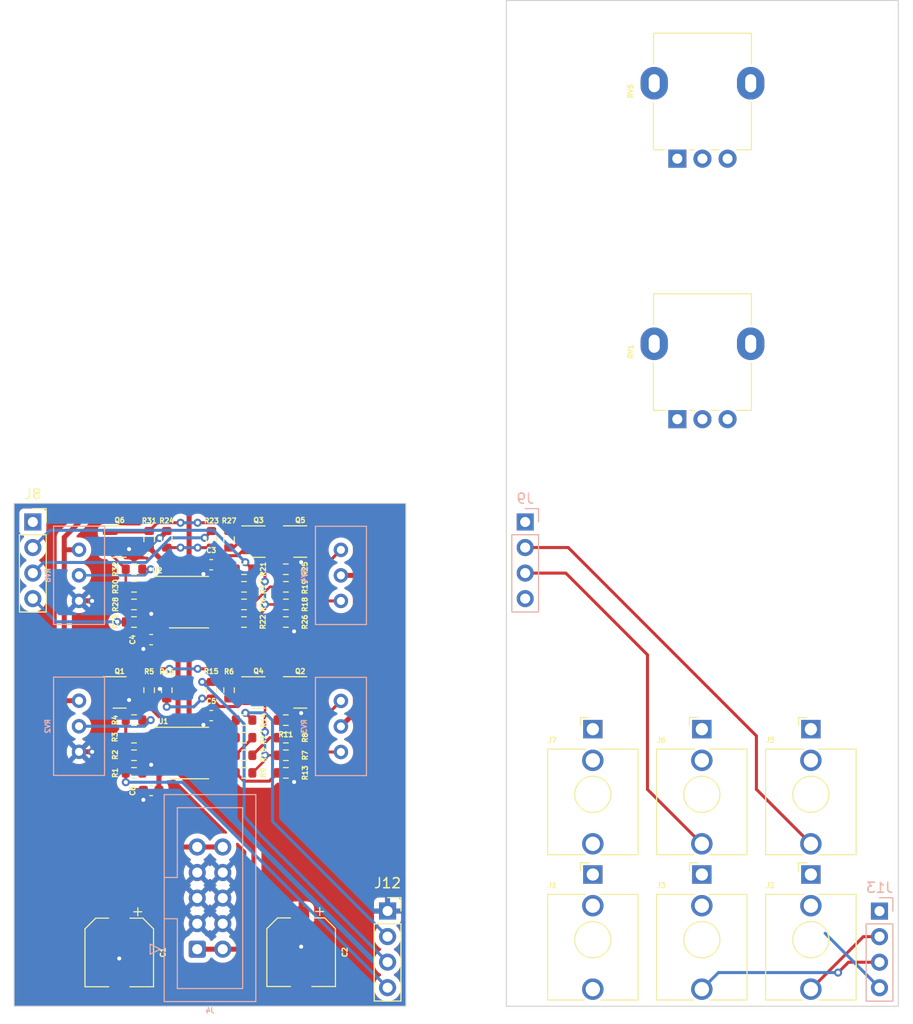
<source format=kicad_pcb>
(kicad_pcb (version 20221018) (generator pcbnew)
  (layers (0 "F.Cu" signal) (31 "B.Cu" signal) (34 "B.Paste" user) (35 "F.Paste" user) (36 "B.SilkS" user "B.Silkscreen") (37 "F.SilkS" user "F.Silkscreen") (38 "B.Mask" user) (39 "F.Mask" user) (44 "Edge.Cuts" user))
  (net 0 "")
  (net 1 "+12V")
  (net 2 "GND")
  (net 3 "-12V")
  (net 4 "Net-(J1-PadT)")
  (net 10 "Net-(J7-PadT)")
  (net 12 "Net-(Q1-E)")
  (net 13 "Net-(Q1-B)")
  (net 14 "Net-(Q2-E)")
  (net 15 "Net-(Q2-B)")
  (net 16 "Net-(Q2-C)")
  (net 17 "Net-(Q3-E)")
  (net 18 "Net-(Q3-B)")
  (net 19 "Net-(Q3-C)")
  (net 20 "Net-(Q4-B)")
  (net 21 "Net-(Q4-C)")
  (net 22 "Net-(Q5-B)")
  (net 23 "Net-(Q5-C)")
  (net 24 "Net-(Q6-E)")
  (net 25 "Net-(Q6-B)")
  (net 26 "Net-(U1A--)")
  (net 27 "Net-(R2-Pad1)")
  (net 28 "Net-(R4-Pad2)")
  (net 29 "Net-(R7-Pad1)")
  (net 30 "Net-(R8-Pad1)")
  (net 31 "Net-(U1B-+)")
  (net 32 "Net-(U1B--)")
  (net 33 "Net-(R12-Pad2)")
  (net 34 "Net-(R17-Pad2)")
  (net 35 "Net-(R18-Pad1)")
  (net 36 "Net-(R19-Pad1)")
  (net 37 "Net-(R28-Pad1)")
  (net 38 "Net-(R32-Pad2)")
  (net 39 "Net-(U2B--)")
  (net 40 "Net-(U2B-+)")
  (net 41 "Net-(U2A--)")
  (net 42 "/out1_b")
  (net 43 "/in1_b")
  (net 44 "/in2_b")
  (net 45 "/in2_a")
  (net 46 "/cv2_a")
  (net 47 "/out2_a")
  (net 49 "/cv2_b")
  (net 50 "/out2_b")
  (net 52 "/in1_a")
  (net 53 "/cv1_a")
  (net 54 "/out1_a")
  (net 55 "/cv1_b")
  (footprint "Resistor_SMD:R_0603_1608Metric" (layer "F.Cu") (at 177.05625 123.295 180)
    (fp_text reference "R19")
    (fp_text value "15k")
  )
  (footprint "Package_SO:SOP-8_3.9x4.9mm_P1.27mm" (layer "F.Cu") (at 167.41875 124.82)
    (fp_text reference "U2")
    (fp_text value "TL072")
  )
  (footprint "Resistor_SMD:R_0603_1608Metric" (layer "F.Cu") (at 161.94375 140.045)
    (fp_text reference "R2")
    (fp_text value "100k")
  )
  (footprint "Connector_Audio:Jack_3.5mm_QingPu_WQP-PJ398SM_Vertical_CircularHoles" (layer "F.Cu") (at 218.45 137.45)
    (fp_text reference "J6")
    (fp_text value "AUDIO_IN")
  )
  (footprint "Resistor_SMD:R_0603_1608Metric" (layer "F.Cu") (at 172.89375 121.545 180)
    (fp_text reference "R21")
    (fp_text value "1K")
  )
  (footprint "Capacitor_SMD:C_0603_1608Metric" (layer "F.Cu") (at 169.625 136.1)
    (fp_text reference "C5")
    (fp_text value "100nF")
  )
  (footprint "Resistor_SMD:R_0603_1608Metric" (layer "F.Cu") (at 177.05625 141.795 180)
    (fp_text reference "R13")
    (fp_text value "150k")
  )
  (footprint "Resistor_SMD:R_0603_1608Metric" (layer "F.Cu") (at 172.89375 138.295 180)
    (fp_text reference "R12")
    (fp_text value "150k")
  )
  (footprint "Resistor_SMD:R_0603_1608Metric" (layer "F.Cu") (at 177.05625 138.295 180)
    (fp_text reference "R8")
    (fp_text value "15k")
  )
  (footprint "Resistor_SMD:R_0603_1608Metric" (layer "F.Cu") (at 161.94375 125.045)
    (fp_text reference "R28")
    (fp_text value "100k")
  )
  (footprint "Resistor_SMD:R_0603_1608Metric" (layer "F.Cu") (at 169.65 133.575 -90)
    (fp_text reference "R15")
    (fp_text value "200k")
  )
  (footprint "Resistor_SMD:R_0603_1608Metric" (layer "F.Cu") (at 163.45 133.57 -90)
    (fp_text reference "R5")
    (fp_text value "10k")
  )
  (footprint "Package_TO_SOT_SMD:SOT-23" (layer "F.Cu") (at 178.4875 118.795)
    (fp_text reference "Q5")
    (fp_text value "2N3904")
  )
  (footprint "Capacitor_SMD:CP_Elec_6.3x5.4" (layer "F.Cu") (at 160.475 159.65 -90)
    (fp_text reference "C1")
    (fp_text value "10uF")
  )
  (footprint "Package_TO_SOT_SMD:SOT-23" (layer "F.Cu") (at 174.3375 118.8)
    (fp_text reference "Q3")
    (fp_text value "2N3904")
  )
  (footprint "Capacitor_SMD:CP_Elec_6.3x5.4" (layer "F.Cu") (at 178.575 159.625 -90)
    (fp_text reference "C2")
    (fp_text value "10uF")
  )
  (footprint "Resistor_SMD:R_0603_1608Metric" (layer "F.Cu") (at 177.05 136.55 180)
    (fp_text reference "R11")
    (fp_text value "1K")
  )
  (footprint "Connector_Audio:Jack_3.5mm_QingPu_WQP-PJ398SM_Vertical_CircularHoles" (layer "F.Cu") (at 229.3 137.45)
    (fp_text reference "J5")
    (fp_text value "AUDIO_OUT")
  )
  (footprint "Resistor_SMD:R_0603_1608Metric" (layer "F.Cu") (at 172.89375 126.795 180)
    (fp_text reference "R22")
    (fp_text value "15k")
  )
  (footprint "Connector_Audio:Jack_3.5mm_QingPu_WQP-PJ398SM_Vertical_CircularHoles" (layer "F.Cu") (at 229.3 151.9)
    (fp_text reference "J2")
    (fp_text value "AUDIO_OUT")
  )
  (footprint "Resistor_SMD:R_0603_1608Metric" (layer "F.Cu") (at 177.05 121.55 180)
    (fp_text reference "R25")
    (fp_text value "1K")
  )
  (footprint "Resistor_SMD:R_0603_1608Metric" (layer "F.Cu") (at 171.4 118.57 90)
    (fp_text reference "R27")
    (fp_text value "33k")
  )
  (footprint "Resistor_SMD:R_0603_1608Metric" (layer "F.Cu") (at 172.89375 136.545 180)
    (fp_text reference "R14")
    (fp_text value "1K")
  )
  (footprint "Resistor_SMD:R_0603_1608Metric" (layer "F.Cu") (at 161.94375 136.545)
    (fp_text reference "R4")
    (fp_text value "10k")
  )
  (footprint "Potentiometer_THT:Potentiometer_Alpha_RD901F-40-00D_Single_Vertical" (layer "F.Cu") (at 216.01 80.725 90)
    (fp_text reference "RV5")
    (fp_text value "100k")
  )
  (footprint "Resistor_SMD:R_0603_1608Metric" (layer "F.Cu") (at 172.89375 125.045 180)
    (fp_text reference "R20")
    (fp_text value "15k")
  )
  (footprint "Resistor_SMD:R_0603_1608Metric" (layer "F.Cu") (at 163.45 118.57 -90)
    (fp_text reference "R31")
    (fp_text value "10k")
  )
  (footprint "Package_TO_SOT_SMD:SOT-23" (layer "F.Cu") (at 174.3375 133.8)
    (fp_text reference "Q4")
    (fp_text value "2N3904")
  )
  (footprint "Resistor_SMD:R_0603_1608Metric" (layer "F.Cu") (at 177.05625 126.795 180)
    (fp_text reference "R26")
    (fp_text value "150k")
  )
  (footprint "Resistor_SMD:R_0603_1608Metric" (layer "F.Cu") (at 171.4 133.57 90)
    (fp_text reference "R6")
    (fp_text value "33k")
  )
  (footprint "Resistor_SMD:R_0603_1608Metric" (layer "F.Cu") (at 177.05625 125.045 180)
    (fp_text reference "R18")
    (fp_text value "15k")
  )
  (footprint "Package_TO_SOT_SMD:SOT-23" (layer "F.Cu") (at 178.4875 133.795)
    (fp_text reference "Q2")
    (fp_text value "2N3904")
  )
  (footprint "Resistor_SMD:R_0603_1608Metric" (layer "F.Cu") (at 161.94375 138.295)
    (fp_text reference "R3")
    (fp_text value "10k")
  )
  (footprint "Resistor_SMD:R_0603_1608Metric" (layer "F.Cu") (at 161.94375 121.545)
    (fp_text reference "R32")
    (fp_text value "10k")
  )
  (footprint "Package_TO_SOT_SMD:SOT-23" (layer "F.Cu") (at 160.5125 133.795)
    (fp_text reference "Q1")
    (fp_text value "2N3904")
  )
  (footprint "Resistor_SMD:R_0603_1608Metric" (layer "F.Cu") (at 169.65 118.575 -90)
    (fp_text reference "R23")
    (fp_text value "200k")
  )
  (footprint "Connector_Audio:Jack_3.5mm_QingPu_WQP-PJ398SM_Vertical_CircularHoles" (layer "F.Cu") (at 218.45 151.9)
    (fp_text reference "J3")
    (fp_text value "AUDIO_IN")
  )
  (footprint "Package_TO_SOT_SMD:SOT-23" (layer "F.Cu") (at 160.5125 118.795)
    (fp_text reference "Q6")
    (fp_text value "2N3904")
  )
  (footprint "Capacitor_SMD:C_0603_1608Metric" (layer "F.Cu") (at 163.65 128.55)
    (fp_text reference "C4")
    (fp_text value "100nF")
  )
  (footprint "Resistor_SMD:R_0603_1608Metric" (layer "F.Cu") (at 165.2 118.575 -90)
    (fp_text reference "R24")
    (fp_text value "1K")
  )
  (footprint "Capacitor_SMD:C_0603_1608Metric" (layer "F.Cu") (at 163.65 143.55)
    (fp_text reference "C6")
    (fp_text value "100nF")
  )
  (footprint "Resistor_SMD:R_0603_1608Metric" (layer "F.Cu") (at 172.89375 141.795 180)
    (fp_text reference "R9")
    (fp_text value "15k")
  )
  (footprint "Connector_PinSocket_2.54mm:PinSocket_1x04_P2.54mm_Vertical" (layer "F.Cu") (at 151.875 116.85)
    (fp_text reference "J8")
    (fp_text value "Conn_2A")
  )
  (footprint "Connector_PinSocket_2.54mm:PinSocket_1x04_P2.54mm_Vertical" (layer "F.Cu") (at 187.175 155.53)
    (fp_text reference "J12")
    (fp_text value "Conn_1A")
  )
  (footprint "Resistor_SMD:R_0603_1608Metric" (layer "F.Cu") (at 161.94375 126.795 180)
    (fp_text reference "R29")
    (fp_text value "100k")
  )
  (footprint "Package_SO:SOP-8_3.9x4.9mm_P1.27mm" (layer "F.Cu") (at 167.41875 139.82)
    (fp_text reference "U1")
    (fp_text value "TL072")
  )
  (footprint "Connector_Audio:Jack_3.5mm_QingPu_WQP-PJ398SM_Vertical_CircularHoles" (layer "F.Cu") (at 207.6 137.45)
    (fp_text reference "J7")
    (fp_text value "CV_IN")
  )
  (footprint "Resistor_SMD:R_0603_1608Metric" (layer "F.Cu") (at 161.94375 141.795 180)
    (fp_text reference "R1")
    (fp_text value "100k")
  )
  (footprint "Resistor_SMD:R_0603_1608Metric" (layer "F.Cu") (at 161.94375 123.295)
    (fp_text reference "R30")
    (fp_text value "10k")
  )
  (footprint "Potentiometer_THT:Potentiometer_Alpha_RD901F-40-00D_Single_Vertical" (layer "F.Cu") (at 216.01 106.63 90)
    (fp_text reference "RV1")
    (fp_text value "100k")
  )
  (footprint "Resistor_SMD:R_0603_1608Metric" (layer "F.Cu") (at 172.89375 123.295 180)
    (fp_text reference "R17")
    (fp_text value "150k")
  )
  (footprint "Resistor_SMD:R_0603_1608Metric" (layer "F.Cu") (at 165.2 133.575 -90)
    (fp_text reference "R16")
    (fp_text value "1K")
  )
  (footprint "Connector_Audio:Jack_3.5mm_QingPu_WQP-PJ398SM_Vertical_CircularHoles" (layer "F.Cu") (at 207.6 151.9)
    (fp_text reference "J1")
    (fp_text value "CV_IN")
  )
  (footprint "Resistor_SMD:R_0603_1608Metric" (layer "F.Cu") (at 177.05625 140.045 180)
    (fp_text reference "R7")
    (fp_text value "15k")
  )
  (footprint "Capacitor_SMD:C_0603_1608Metric" (layer "F.Cu") (at 169.625 121.1)
    (fp_text reference "C3")
    (fp_text value "100nF")
  )
  (footprint "Resistor_SMD:R_0603_1608Metric" (layer "F.Cu") (at 172.89375 140.045 180)
    (fp_text reference "R10")
    (fp_text value "15k")
  )
  (footprint "Potentiometer_THT:Potentiometer_Bourns_3296W_Vertical" (layer "B.Cu") (at 156.46875 124.69 -90)
    (fp_text reference "RV6")
    (fp_text value "10k")
  )
  (footprint "Potentiometer_THT:Potentiometer_Bourns_3296W_Vertical" (layer "B.Cu") (at 182.53125 124.7 -90)
    (fp_text reference "RV4")
    (fp_text value "5k")
  )
  (footprint "Potentiometer_THT:Potentiometer_Bourns_3296W_Vertical" (layer "B.Cu") (at 156.46875 139.7 -90)
    (fp_text reference "RV2")
    (fp_text value "10k")
  )
  (footprint "Connector_PinHeader_2.54mm:PinHeader_1x04_P2.54mm_Vertical" (layer "B.Cu") (at 236.13 155.54 180)
    (fp_text reference "J13")
    (fp_text value "Conn_1B")
  )
  (footprint "Connector_PinHeader_2.54mm:PinHeader_1x04_P2.54mm_Vertical" (layer "B.Cu") (at 200.87 116.85 180)
    (fp_text reference "J9")
    (fp_text value "Conn_2B")
  )
  (footprint "Potentiometer_THT:Potentiometer_Bourns_3296W_Vertical" (layer "B.Cu") (at 182.53125 139.72 -90)
    (fp_text reference "RV3")
    (fp_text value "5k")
  )
  (footprint "Connector_IDC:IDC-Header_2x05_P2.54mm_Vertical" (layer "B.Cu") (at 168.235 159.325)
    (fp_text reference "J4")
    (fp_text value "PWR")
  )
  (gr_line (start 238 65) (end 238 165) (stroke (width 0.1)) (layer "Edge.Cuts"))
  (gr_line (start 199 165) (end 238 165) (stroke (width 0.1)) (layer "Edge.Cuts"))
  (gr_line (start 150 115) (end 150 165) (stroke (width 0.1)) (layer "Edge.Cuts"))
  (gr_line (start 199 65) (end 238 65) (stroke (width 0.1)) (layer "Edge.Cuts"))
  (gr_line (start 189 115) (end 150 115) (stroke (width 0.1)) (layer "Edge.Cuts"))
  (gr_line (start 199 65) (end 199 165) (stroke (width 0.1)) (layer "Edge.Cuts"))
  (gr_line (start 189 115) (end 189 165) (stroke (width 0.1)) (layer "Edge.Cuts"))
  (gr_line (start 189 165) (end 150 165) (stroke (width 0.1)) (layer "Edge.Cuts"))
  (segment (start 170.04375 122.915) (end 167.465 122.915) (width 0.5) (layer "F.Cu") (net 1))
  (segment (start 155 119.625) (end 155 118.375) (width 0.5) (layer "F.Cu") (net 1))
  (segment (start 182.53125 122.16) (end 183.965 122.16) (width 0.5) (layer "F.Cu") (net 1))
  (segment (start 183.975 118.5) (end 183.975 122.15) (width 0.5) (layer "F.Cu") (net 1))
  (segment (start 160.475 156.85) (end 160.475 149.165) (width 0.5) (layer "F.Cu") (net 1))
  (segment (start 167.465 122.915) (end 167.425 122.875) (width 0.5) (layer "F.Cu") (net 1))
  (segment (start 183.975 122.15) (end 183.975 135.73625) (width 0.5) (layer "F.Cu") (net 1))
  (segment (start 155 134.595) (end 155 119.625) (width 0.5) (layer "F.Cu") (net 1))
  (segment (start 183.975 135.73625) (end 182.53125 137.18) (width 0.5) (layer "F.Cu") (net 1))
  (segment (start 156.46875 134.62) (end 155.025 134.62) (width 0.5) (layer "F.Cu") (net 1))
  (segment (start 170.4 137.55875) (end 170.04375 137.915) (width 0.5) (layer "F.Cu") (net 1))
  (segment (start 168.235 149.165) (end 170.775 149.165) (width 0.5) (layer "F.Cu") (net 1))
  (segment (start 155.015 119.61) (end 155 119.625) (width 0.5) (layer "F.Cu") (net 1))
  (segment (start 167.425 137.05) (end 168.29 137.915) (width 0.5) (layer "F.Cu") (net 1))
  (segment (start 157.7 115.675) (end 167.425 115.675) (width 0.5) (layer "F.Cu") (net 1))
  (segment (start 170.4 122.55875) (end 170.04375 122.915) (width 0.5) (layer "F.Cu") (net 1))
  (segment (start 181.15 115.675) (end 183.975 118.5) (width 0.5) (layer "F.Cu") (net 1))
  (segment (start 155.025 134.62) (end 155 134.645) (width 0.5) (layer "F.Cu") (net 1))
  (segment (start 183.965 122.16) (end 183.975 122.15) (width 0.5) (layer "F.Cu") (net 1))
  (segment (start 170.4 136.1) (end 170.4 137.55875) (width 0.5) (layer "F.Cu") (net 1))
  (segment (start 167.425 122.875) (end 167.425 137.05) (width 0.5) (layer "F.Cu") (net 1))
  (segment (start 156.46875 119.61) (end 155.015 119.61) (width 0.5) (layer "F.Cu") (net 1))
  (segment (start 160.475 149.165) (end 168.235 149.165) (width 0.5) (layer "F.Cu") (net 1))
  (segment (start 155 134.645) (end 155 143.69) (width 0.5) (layer "F.Cu") (net 1))
  (segment (start 167.425 122.875) (end 167.425 116.325) (width 0.5) (layer "F.Cu") (net 1))
  (segment (start 167.425 116.325) (end 167.425 115.675) (width 0.5) (layer "F.Cu") (net 1))
  (segment (start 155 143.69) (end 160.475 149.165) (width 0.5) (layer "F.Cu") (net 1))
  (segment (start 170.4 121.1) (end 170.4 122.55875) (width 0.5) (layer "F.Cu") (net 1))
  (segment (start 168.29 137.915) (end 170.04375 137.915) (width 0.5) (layer "F.Cu") (net 1))
  (segment (start 155 118.375) (end 157.7 115.675) (width 0.5) (layer "F.Cu") (net 1))
  (segment (start 167.425 115.675) (end 181.15 115.675) (width 0.5) (layer "F.Cu") (net 1))
  (segment (start 168.85 136.1) (end 168.85 137.025) (width 0.5) (layer "F.Cu") (net 2))
  (segment (start 161.45 133.795) (end 161.45 134.55) (width 0.5) (layer "F.Cu") (net 2))
  (segment (start 160.475 162.45) (end 160.475 160.25) (width 0.5) (layer "F.Cu") (net 2))
  (segment (start 157.765 124.69) (end 157.775 124.7) (width 0.5) (layer "F.Cu") (net 2))
  (segment (start 177.88125 141.795) (end 177.88125 142.69375) (width 0.5) (layer "F.Cu") (net 2))
  (segment (start 156.46875 124.69) (end 157.765 124.69) (width 0.5) (layer "F.Cu") (net 2))
  (segment (start 168.85 121.1) (end 168.85 122.025) (width 0.5) (layer "F.Cu") (net 2))
  (segment (start 177.875 121.55) (end 178.575 120.85) (width 0.5) (layer "F.Cu") (net 2))
  (segment (start 164.79375 125.455) (end 164.187485 125.455) (width 0.5) (layer "F.Cu") (net 2))
  (segment (start 164.79375 140.455) (end 164.18545 140.455) (width 0.5) (layer "F.Cu") (net 2))
  (segment (start 164.18545 140.455) (end 163.651392 140.989058) (width 0.5) (layer "F.Cu") (net 2))
  (segment (start 177.88125 127.71875) (end 177.875 127.725) (width 0.5) (layer "F.Cu") (net 2))
  (segment (start 156.46875 139.7) (end 157.775 139.7) (width 0.5) (layer "F.Cu") (net 2))
  (segment (start 178.575 156.825) (end 178.575 159.075) (width 0.5) (layer "F.Cu") (net 2))
  (segment (start 177.875 136.55) (end 178.575 135.85) (width 0.5) (layer "F.Cu") (net 2))
  (segment (start 164.187485 125.455) (end 163.660837 125.981648) (width 0.5) (layer "F.Cu") (net 2))
  (segment (start 177.88125 142.69375) (end 177.875 142.7) (width 0.5) (layer "F.Cu") (net 2))
  (segment (start 177.88125 126.795) (end 177.88125 127.71875) (width 0.5) (layer "F.Cu") (net 2))
  (segment (start 162.875 128.55) (end 162.875 129.475) (width 0.5) (layer "F.Cu") (net 2))
  (segment (start 162.875 143.55) (end 162.875 144.475) (width 0.5) (layer "F.Cu") (net 2))
  (segment (start 165.2 132.75) (end 164.5 133.45) (width 0.5) (layer "F.Cu") (net 2))
  (segment (start 161.45 118.795) (end 161.45 119.55) (width 0.5) (layer "F.Cu") (net 2))
  (segment (start 165.2 117.75) (end 164.5 118.45) (width 0.5) (layer "F.Cu") (net 2))
  (via (at 160.475 160.25) (size 0.8) (drill 0.4) (layers "F.Cu" "B.Cu") (net 2))
  (via (at 162.875 144.475) (size 0.8) (drill 0.4) (layers "F.Cu" "B.Cu") (net 2))
  (via (at 161.45 119.55) (size 0.8) (drill 0.4) (layers "F.Cu" "B.Cu") (net 2))
  (via (at 164.5 133.45) (size 0.8) (drill 0.4) (layers "F.Cu" "B.Cu") (net 2))
  (via (at 168.85 137.025) (size 0.8) (drill 0.4) (layers "F.Cu" "B.Cu") (net 2))
  (via (at 168.85 122.025) (size 0.8) (drill 0.4) (layers "F.Cu" "B.Cu") (net 2))
  (via (at 164.5 118.45) (size 0.8) (drill 0.4) (layers "F.Cu" "B.Cu") (net 2))
  (via (at 177.875 142.7) (size 0.8) (drill 0.4) (layers "F.Cu" "B.Cu") (net 2))
  (via (at 178.575 135.85) (size 0.8) (drill 0.4) (layers "F.Cu" "B.Cu") (net 2))
  (via (at 162.875 129.475) (size 0.8) (drill 0.4) (layers "F.Cu" "B.Cu") (net 2))
  (via (at 178.575 159.075) (size 0.8) (drill 0.4) (layers "F.Cu" "B.Cu") (net 2))
  (via (at 157.775 139.7) (size 0.8) (drill 0.4) (layers "F.Cu" "B.Cu") (net 2))
  (via (at 163.651392 140.989058) (size 0.8) (drill 0.4) (layers "F.Cu" "B.Cu") (net 2))
  (via (at 157.775 124.7) (size 0.8) (drill 0.4) (layers "F.Cu" "B.Cu") (net 2))
  (via (at 178.575 120.85) (size 0.8) (drill 0.4) (layers "F.Cu" "B.Cu") (net 2))
  (via (at 177.875 127.725) (size 0.8) (drill 0.4) (layers "F.Cu" "B.Cu") (net 2))
  (via (at 161.45 134.55) (size 0.8) (drill 0.4) (layers "F.Cu" "B.Cu") (net 2))
  (via (at 163.660837 125.981648) (size 0.8) (drill 0.4) (layers "F.Cu" "B.Cu") (net 2))
  (segment (start 173.875 149.275) (end 166.325 141.725) (width 0.5) (layer "F.Cu") (net 3))
  (segment (start 166.325 141.725) (end 164.79375 141.725) (width 0.5) (layer "F.Cu") (net 3))
  (segment (start 166.325 122.27) (end 166.325 126.725) (width 0.5) (layer "F.Cu") (net 3))
  (segment (start 166.325 136.4) (end 166.325 141.725) (width 0.5) (layer "F.Cu") (net 3))
  (segment (start 170.775 159.325) (end 168.235 159.325) (width 0.5) (layer "F.Cu") (net 3))
  (segment (start 173.875 159.325) (end 170.775 159.325) (width 0.5) (layer "F.Cu") (net 3))
  (segment (start 163.45 119.395) (end 166.325 122.27) (width 0.5) (layer "F.Cu") (net 3))
  (segment (start 173.875 159.325) (end 176.975 162.425) (width 0.5) (layer "F.Cu") (net 3))
  (segment (start 166.325 126.725) (end 166.325 136.4) (width 0.5) (layer "F.Cu") (net 3))
  (segment (start 164.79375 126.725) (end 166.325 126.725) (width 0.5) (layer "F.Cu") (net 3))
  (segment (start 164.425 128.55) (end 164.425 127.09375) (width 0.5) (layer "F.Cu") (net 3))
  (segment (start 164.425 142.09375) (end 164.79375 141.725) (width 0.5) (layer "F.Cu") (net 3))
  (segment (start 164.425 127.09375) (end 164.79375 126.725) (width 0.5) (layer "F.Cu") (net 3))
  (segment (start 176.975 162.425) (end 178.575 162.425) (width 0.5) (layer "F.Cu") (net 3))
  (segment (start 163.45 134.395) (end 163.45 135.1) (width 0.5) (layer "F.Cu") (net 3))
  (segment (start 164.425 143.55) (end 164.425 142.09375) (width 0.5) (layer "F.Cu") (net 3))
  (segment (start 164.75 136.4) (end 166.325 136.4) (width 0.5) (layer "F.Cu") (net 3))
  (segment (start 173.875 159.325) (end 173.875 149.275) (width 0.5) (layer "F.Cu") (net 3))
  (segment (start 178.575 162.425) (end 178.525 162.475) (width 0.5) (layer "F.Cu") (net 3))
  (segment (start 163.45 135.1) (end 164.75 136.4) (width 0.5) (layer "F.Cu") (net 3))
  (segment (start 163.45 132.745) (end 159.675 132.745) (width 0.3) (layer "F.Cu") (net 12))
  (segment (start 159.675 132.745) (end 159.575 132.845) (width 0.3) (layer "F.Cu") (net 12))
  (segment (start 163.45 132.745) (end 164.745 131.45) (width 0.3) (layer "F.Cu") (net 12))
  (segment (start 170.105 131.45) (end 171.4 132.745) (width 0.3) (layer "F.Cu") (net 12))
  (segment (start 164.745 131.45) (end 165.4755 131.45) (width 0.3) (layer "F.Cu") (net 12))
  (segment (start 168.2745 131.45) (end 170.105 131.45) (width 0.3) (layer "F.Cu") (net 12))
  (via (at 165.4755 131.45) (size 0.8) (drill 0.4) (layers "F.Cu" "B.Cu") (net 12))
  (via (at 168.2745 131.45) (size 0.8) (drill 0.4) (layers "F.Cu" "B.Cu") (net 12))
  (segment (start 165.4755 131.45) (end 168.2745 131.45) (width 0.3) (layer "B.Cu") (net 12))
  (segment (start 161.11875 136.545) (end 159.575 135.00125) (width 0.25) (layer "F.Cu") (net 13))
  (segment (start 161.11875 138.295) (end 161.11875 136.545) (width 0.3) (layer "F.Cu") (net 13))
  (segment (start 159.575 135.00125) (end 159.575 134.745) (width 0.25) (layer "F.Cu") (net 13))
  (segment (start 173.4 132.85) (end 172.945 132.85) (width 0.3) (layer "F.Cu") (net 14))
  (segment (start 177.545 132.85) (end 177.55 132.845) (width 0.3) (layer "F.Cu") (net 14))
  (segment (start 173.4 132.85) (end 177.545 132.85) (width 0.3) (layer "F.Cu") (net 14))
  (segment (start 172.945 132.85) (end 171.4 134.395) (width 0.3) (layer "F.Cu") (net 14))
  (segment (start 176.225 136.07) (end 177.55 134.745) (width 0.3) (layer "F.Cu") (net 15))
  (segment (start 176.225 136.55) (end 176.225 136.07) (width 0.3) (layer "F.Cu") (net 15))
  (segment (start 177.10125 137.425) (end 178.525 137.425) (width 0.3) (layer "F.Cu") (net 16))
  (segment (start 175.46875 138.295) (end 176.23125 138.295) (width 0.3) (layer "F.Cu") (net 16))
  (segment (start 179.425 136.525) (end 179.425 133.795) (width 0.3) (layer "F.Cu") (net 16))
  (segment (start 176.23125 138.295) (end 177.10125 137.425) (width 0.3) (layer "F.Cu") (net 16))
  (segment (start 173.71875 140.045) (end 175.46875 138.295) (width 0.3) (layer "F.Cu") (net 16))
  (segment (start 178.525 137.425) (end 179.425 136.525) (width 0.3) (layer "F.Cu") (net 16))
  (segment (start 171.4 119.395) (end 171.855 119.395) (width 0.3) (layer "F.Cu") (net 17))
  (segment (start 173.405 117.845) (end 173.4 117.85) (width 0.3) (layer "F.Cu") (net 17))
  (segment (start 177.55 117.845) (end 173.405 117.845) (width 0.3) (layer "F.Cu") (net 17))
  (segment (start 171.855 119.395) (end 173.4 117.85) (width 0.3) (layer "F.Cu") (net 17))
  (segment (start 172.725 119.75) (end 172.275 120.2) (width 0.3) (layer "F.Cu") (net 18))
  (segment (start 173.4 119.75) (end 172.725 119.75) (width 0.3) (layer "F.Cu") (net 18))
  (segment (start 172.275 120.2) (end 170.45 120.2) (width 0.3) (layer "F.Cu") (net 18))
  (segment (start 165.2 119.4) (end 166.5755 119.4) (width 0.3) (layer "F.Cu") (net 18))
  (segment (start 168.2745 119.4) (end 169.65 119.4) (width 0.3) (layer "F.Cu") (net 18))
  (segment (start 170.45 120.2) (end 169.65 119.4) (width 0.3) (layer "F.Cu") (net 18))
  (via (at 168.2745 119.4) (size 0.8) (drill 0.4) (layers "F.Cu" "B.Cu") (net 18))
  (via (at 166.5755 119.4) (size 0.8) (drill 0.4) (layers "F.Cu" "B.Cu") (net 18))
  (segment (start 166.5755 119.4) (end 168.2745 119.4) (width 0.3) (layer "B.Cu") (net 18))
  (segment (start 174.975 125.05) (end 176.22625 125.05) (width 0.25) (layer "F.Cu") (net 19))
  (segment (start 174.975 125.53875) (end 173.71875 126.795) (width 0.25) (layer "F.Cu") (net 19))
  (segment (start 175.275 118.8) (end 174.971373 119.103627) (width 0.3) (layer "F.Cu") (net 19))
  (segment (start 176.22625 125.05) (end 176.23125 125.045) (width 0.25) (layer "F.Cu") (net 19))
  (segment (start 174.971373 119.103627) (end 174.971373 122.768201) (width 0.3) (layer "F.Cu") (net 19))
  (segment (start 174.975 125.05) (end 174.975 125.53875) (width 0.25) (layer "F.Cu") (net 19))
  (via (at 174.971373 122.768201) (size 0.8) (drill 0.4) (layers "F.Cu" "B.Cu") (net 19))
  (via (at 174.975 125.05) (size 0.8) (drill 0.4) (layers "F.Cu" "B.Cu") (net 19))
  (segment (start 174.971373 125.046373) (end 174.975 125.05) (width 0.25) (layer "B.Cu") (net 19))
  (segment (start 174.971373 122.768201) (end 174.971373 125.046373) (width 0.25) (layer "B.Cu") (net 19))
  (segment (start 168.725 134.4) (end 169.65 134.4) (width 0.3) (layer "F.Cu") (net 20))
  (segment (start 165.2 134.4) (end 165.2 135.225) (width 0.3) (layer "F.Cu") (net 20))
  (segment (start 172.3 135.2) (end 170.45 135.2) (width 0.3) (layer "F.Cu") (net 20))
  (segment (start 173.4 134.75) (end 172.75 134.75) (width 0.3) (layer "F.Cu") (net 20))
  (segment (start 170.45 135.2) (end 169.65 134.4) (width 0.3) (layer "F.Cu") (net 20))
  (segment (start 172.75 134.75) (end 172.3 135.2) (width 0.3) (layer "F.Cu") (net 20))
  (via (at 168.725 134.4) (size 0.8) (drill 0.4) (layers "F.Cu" "B.Cu") (net 20))
  (via (at 165.2 135.225) (size 0.8) (drill 0.4) (layers "F.Cu" "B.Cu") (net 20))
  (segment (start 167.9 135.225) (end 168.725 134.4) (width 0.3) (layer "B.Cu") (net 20))
  (segment (start 165.2 135.225) (end 167.9 135.225) (width 0.3) (layer "B.Cu") (net 20))
  (segment (start 174.976722 134.098278) (end 175.275 133.8) (width 0.25) (layer "F.Cu") (net 21))
  (segment (start 174.975 140.05) (end 174.975 140.53875) (width 0.25) (layer "F.Cu") (net 21))
  (segment (start 174.975 140.05) (end 176.22625 140.05) (width 0.25) (layer "F.Cu") (net 21))
  (segment (start 174.975 140.53875) (end 173.71875 141.795) (width 0.25) (layer "F.Cu") (net 21))
  (segment (start 174.976722 137.729615) (end 174.976722 134.098278) (width 0.25) (layer "F.Cu") (net 21))
  (segment (start 176.22625 140.05) (end 176.23125 140.045) (width 0.25) (layer "F.Cu") (net 21))
  (via (at 174.976722 137.729615) (size 0.8) (drill 0.4) (layers "F.Cu" "B.Cu") (net 21))
  (via (at 174.975 140.05) (size 0.8) (drill 0.4) (layers "F.Cu" "B.Cu") (net 21))
  (segment (start 174.976722 140.048278) (end 174.975 140.05) (width 0.25) (layer "B.Cu") (net 21))
  (segment (start 174.976722 137.729615) (end 174.976722 140.048278) (width 0.25) (layer "B.Cu") (net 21))
  (segment (start 176.225 121.053248) (end 177.533248 119.745) (width 0.3) (layer "F.Cu") (net 22))
  (segment (start 176.225 121.55) (end 176.225 121.053248) (width 0.3) (layer "F.Cu") (net 22))
  (segment (start 177.533248 119.745) (end 177.55 119.745) (width 0.3) (layer "F.Cu") (net 22))
  (segment (start 173.71875 125.045) (end 175.46875 123.295) (width 0.25) (layer "F.Cu") (net 23))
  (segment (start 178.525 122.425) (end 179.425 121.525) (width 0.25) (layer "F.Cu") (net 23))
  (segment (start 179.425 121.525) (end 179.425 118.795) (width 0.25) (layer "F.Cu") (net 23))
  (segment (start 176.23125 123.295) (end 177.10125 122.425) (width 0.25) (layer "F.Cu") (net 23))
  (segment (start 175.46875 123.295) (end 176.23125 123.295) (width 0.25) (layer "F.Cu") (net 23))
  (segment (start 177.10125 122.425) (end 178.525 122.425) (width 0.25) (layer "F.Cu") (net 23))
  (segment (start 163.45 117.745) (end 164.27 116.925) (width 0.3) (layer "F.Cu") (net 24))
  (segment (start 159.575 117.845) (end 163.35 117.845) (width 0.3) (layer "F.Cu") (net 24))
  (segment (start 168.2745 116.925) (end 170.58 116.925) (width 0.3) (layer "F.Cu") (net 24))
  (segment (start 164.27 116.925) (end 166.5755 116.925) (width 0.3) (layer "F.Cu") (net 24))
  (segment (start 163.35 117.845) (end 163.45 117.745) (width 0.3) (layer "F.Cu") (net 24))
  (segment (start 170.58 116.925) (end 171.4 117.745) (width 0.3) (layer "F.Cu") (net 24))
  (via (at 168.2745 116.925) (size 0.8) (drill 0.4) (layers "F.Cu" "B.Cu") (net 24))
  (via (at 166.5755 116.925) (size 0.8) (drill 0.4) (layers "F.Cu" "B.Cu") (net 24))
  (segment (start 166.5755 116.925) (end 168.2745 116.925) (width 0.3) (layer "B.Cu") (net 24))
  (segment (start 161.11875 121.545) (end 159.575 120.00125) (width 0.25) (layer "F.Cu") (net 25))
  (segment (start 161.11875 123.295) (end 161.11875 121.545) (width 0.25) (layer "F.Cu") (net 25))
  (segment (start 159.575 120.00125) (end 159.575 119.745) (width 0.25) (layer "F.Cu") (net 25))
  (segment (start 163.62875 139.185) (end 162.76875 140.045) (width 0.3) (layer "F.Cu") (net 26))
  (segment (start 162.76875 140.045) (end 162.76875 141.795) (width 0.3) (layer "F.Cu") (net 26))
  (segment (start 164.79375 139.185) (end 163.62875 139.185) (width 0.3) (layer "F.Cu") (net 26))
  (segment (start 164.79375 137.915) (end 163.14875 137.915) (width 0.3) (layer "F.Cu") (net 27))
  (segment (start 163.14875 137.915) (end 162.76875 138.295) (width 0.3) (layer "F.Cu") (net 27))
  (segment (start 162.76875 138.32625) (end 162.76875 138.295) (width 0.3) (layer "F.Cu") (net 27))
  (segment (start 161.11875 139.97625) (end 162.76875 138.32625) (width 0.3) (layer "F.Cu") (net 27))
  (segment (start 161.11875 140.045) (end 161.11875 139.97625) (width 0.3) (layer "F.Cu") (net 27))
  (segment (start 163.6 136.545) (end 162.76875 136.545) (width 0.3) (layer "F.Cu") (net 28))
  (via (at 163.6 136.545) (size 0.8) (drill 0.4) (layers "F.Cu" "B.Cu") (net 28))
  (segment (start 163.6 136.545) (end 162.985 137.16) (width 0.3) (layer "B.Cu") (net 28))
  (segment (start 162.985 137.16) (end 156.46875 137.16) (width 0.3) (layer "B.Cu") (net 28))
  (segment (start 182.53125 139.72) (end 178.20625 139.72) (width 0.3) (layer "F.Cu") (net 29))
  (segment (start 178.20625 139.72) (end 177.88125 140.045) (width 0.3) (layer "F.Cu") (net 29))
  (segment (start 177.88125 138.295) (end 178.87625 138.295) (width 0.3) (layer "F.Cu") (net 30))
  (segment (start 178.87625 138.295) (end 182.53125 134.64) (width 0.3) (layer "F.Cu") (net 30))
  (segment (start 177.88125 138.29) (end 177.88125 138.295) (width 0.3) (layer "F.Cu") (net 30))
  (segment (start 172.06875 141.795) (end 170.11375 141.795) (width 0.3) (layer "F.Cu") (net 31))
  (segment (start 175.40625 142.62) (end 176.23125 141.795) (width 0.3) (layer "F.Cu") (net 31))
  (segment (start 172.06875 141.795) (end 172.89375 142.62) (width 0.3) (layer "F.Cu") (net 31))
  (segment (start 172.89375 142.62) (end 175.40625 142.62) (width 0.3) (layer "F.Cu") (net 31))
  (segment (start 170.11375 141.795) (end 170.04375 141.725) (width 0.3) (layer "F.Cu") (net 31))
  (segment (start 170.04375 140.455) (end 170.19875 140.3) (width 0.3) (layer "F.Cu") (net 32))
  (segment (start 173.71875 138.35125) (end 172.06875 140.00125) (width 0.3) (layer "F.Cu") (net 32))
  (segment (start 172.06875 140.00125) (end 172.06875 140.045) (width 0.3) (layer "F.Cu") (net 32))
  (segment (start 171.81375 140.3) (end 172.06875 140.045) (width 0.3) (layer "F.Cu") (net 32))
  (segment (start 173.71875 138.295) (end 173.71875 138.35125) (width 0.3) (layer "F.Cu") (net 32))
  (segment (start 170.19875 140.3) (end 171.81375 140.3) (width 0.3) (layer "F.Cu") (net 32))
  (segment (start 170.04375 139.185) (end 171.17875 139.185) (width 0.3) (layer "F.Cu") (net 33))
  (segment (start 172.06875 136.545) (end 172.06875 138.295) (width 0.3) (layer "F.Cu") (net 33))
  (segment (start 171.17875 139.185) (end 172.06875 138.295) (width 0.3) (layer "F.Cu") (net 33))
  (segment (start 171.17875 124.185) (end 172.06875 123.295) (width 0.25) (layer "F.Cu") (net 34))
  (segment (start 170.04375 124.185) (end 171.17875 124.185) (width 0.25) (layer "F.Cu") (net 34))
  (segment (start 172.06875 123.295) (end 172.06875 121.545) (width 0.25) (layer "F.Cu") (net 34))
  (segment (start 178.22625 124.7) (end 177.88125 125.045) (width 0.3) (layer "F.Cu") (net 35))
  (segment (start 182.53125 124.7) (end 178.22625 124.7) (width 0.3) (layer "F.Cu") (net 35))
  (segment (start 177.88125 123.295) (end 177.88125 123.27) (width 0.25) (layer "F.Cu") (net 36))
  (segment (start 178.85625 123.295) (end 177.88125 123.295) (width 0.3) (layer "F.Cu") (net 36))
  (segment (start 182.53125 119.62) (end 178.85625 123.295) (width 0.3) (layer "F.Cu") (net 36))
  (segment (start 161.11875 124.98125) (end 162.76875 123.33125) (width 0.25) (layer "F.Cu") (net 37))
  (segment (start 162.76875 123.33125) (end 162.76875 123.295) (width 0.25) (layer "F.Cu") (net 37))
  (segment (start 161.11875 125.045) (end 161.11875 124.98125) (width 0.25) (layer "F.Cu") (net 37))
  (segment (start 163.14875 122.915) (end 162.76875 123.295) (width 0.25) (layer "F.Cu") (net 37))
  (segment (start 164.79375 122.915) (end 163.14875 122.915) (width 0.25) (layer "F.Cu") (net 37))
  (segment (start 162.77375 121.55) (end 162.76875 121.545) (width 0.25) (layer "F.Cu") (net 38))
  (segment (start 163.6 121.55) (end 162.77375 121.55) (width 0.25) (layer "F.Cu") (net 38))
  (via (at 163.6 121.55) (size 0.8) (drill 0.4) (layers "F.Cu" "B.Cu") (net 38))
  (segment (start 163 122.15) (end 163.6 121.55) (width 0.25) (layer "B.Cu") (net 38))
  (segment (start 163 122.15) (end 156.46875 122.15) (width 0.25) (layer "B.Cu") (net 38))
  (segment (start 172.06875 125.045) (end 172.06875 125.00625) (width 0.25) (layer "F.Cu") (net 39))
  (segment (start 170.04375 125.455) (end 170.22375 125.275) (width 0.25) (layer "F.Cu") (net 39))
  (segment (start 173.71875 123.35625) (end 173.71875 123.295) (width 0.25) (layer "F.Cu") (net 39))
  (segment (start 172.06875 125.00625) (end 173.71875 123.35625) (width 0.25) (layer "F.Cu") (net 39))
  (segment (start 170.22375 125.275) (end 171.83875 125.275) (width 0.25) (layer "F.Cu") (net 39))
  (segment (start 171.83875 125.275) (end 172.06875 125.045) (width 0.25) (layer "F.Cu") (net 39))
  (segment (start 170.04375 126.725) (end 171.99875 126.725) (width 0.25) (layer "F.Cu") (net 40))
  (segment (start 172.86875 127.595) (end 175.43125 127.595) (width 0.25) (layer "F.Cu") (net 40))
  (segment (start 171.99875 126.725) (end 172.06875 126.795) (width 0.25) (layer "F.Cu") (net 40))
  (segment (start 172.06875 126.795) (end 172.86875 127.595) (width 0.25) (layer "F.Cu") (net 40))
  (segment (start 175.43125 127.595) (end 176.23125 126.795) (width 0.25) (layer "F.Cu") (net 40))
  (segment (start 163.62875 124.185) (end 164.79375 124.185) (width 0.25) (layer "F.Cu") (net 41))
  (segment (start 162.76875 126.795) (end 162.76875 125.045) (width 0.25) (layer "F.Cu") (net 41))
  (segment (start 162.76875 125.045) (end 163.62875 124.185) (width 0.25) (layer "F.Cu") (net 41))
  (segment (start 236.13 158.08) (end 234.52 158.08) (width 0.3) (layer "F.Cu") (net 42))
  (segment (start 234.52 158.08) (end 229.3 163.3) (width 0.3) (layer "F.Cu") (net 42))
  (segment (start 229.3 162.37) (end 229.3 163.3) (width 0.3) (layer "F.Cu") (net 42))
  (segment (start 233.039954 160.62) (end 236.13 160.62) (width 0.3) (layer "F.Cu") (net 43))
  (segment (start 232.009977 161.649977) (end 233.039954 160.62) (width 0.3) (layer "F.Cu") (net 43))
  (via (at 232.009977 161.649977) (size 0.8) (drill 0.4) (layers "F.Cu" "B.Cu") (net 43))
  (segment (start 220.100023 161.649977) (end 218.45 163.3) (width 0.3) (layer "B.Cu") (net 43))
  (segment (start 232.009977 161.649977) (end 220.100023 161.649977) (width 0.3) (layer "B.Cu") (net 43))
  (segment (start 213.04 143.44) (end 218.45 148.85) (width 0.3) (layer "F.Cu") (net 44))
  (segment (start 213.04 130.06) (end 213.04 143.44) (width 0.3) (layer "F.Cu") (net 44))
  (segment (start 200.87 121.93) (end 204.91 121.93) (width 0.3) (layer "F.Cu") (net 44))
  (segment (start 204.91 121.93) (end 213.04 130.06) (width 0.3) (layer "F.Cu") (net 44))
  (segment (start 169.65 117.75) (end 168.975 118.425) (width 0.3) (layer "F.Cu") (net 45))
  (via (at 168.975 118.425) (size 0.8) (drill 0.4) (layers "F.Cu" "B.Cu") (net 45))
  (segment (start 165.585661 118.425) (end 163.135661 120.875) (width 0.3) (layer "B.Cu") (net 45))
  (segment (start 152.93 120.875) (end 151.875 121.93) (width 0.3) (layer "B.Cu") (net 45))
  (segment (start 168.975 118.425) (end 165.585661 118.425) (width 0.3) (layer "B.Cu") (net 45))
  (segment (start 163.135661 120.875) (end 152.93 120.875) (width 0.3) (layer "B.Cu") (net 45))
  (segment (start 161.11875 126.795) (end 160.295 126.795) (width 0.3) (layer "F.Cu") (net 46))
  (segment (start 160.295 126.795) (end 160.275 126.775) (width 0.3) (layer "F.Cu") (net 46))
  (via (at 160.275 126.775) (size 0.8) (drill 0.4) (layers "F.Cu" "B.Cu") (net 46))
  (segment (start 160.275 126.775) (end 154.18 126.775) (width 0.3) (layer "B.Cu") (net 46))
  (segment (start 154.18 126.775) (end 151.875 124.47) (width 0.3) (layer "B.Cu") (net 46))
  (segment (start 173.71875 121.54375) (end 173.025 120.85) (width 0.3) (layer "F.Cu") (net 47))
  (segment (start 173.71875 121.545) (end 173.71875 121.54375) (width 0.3) (layer "F.Cu") (net 47))
  (via (at 173.025 120.85) (size 0.8) (drill 0.4) (layers "F.Cu" "B.Cu") (net 47))
  (segment (start 153.59 117.675) (end 151.875 119.39) (width 0.3) (layer "B.Cu") (net 47))
  (segment (start 173.025 120.85) (end 169.85 117.675) (width 0.3) (layer "B.Cu") (net 47))
  (segment (start 169.85 117.675) (end 153.59 117.675) (width 0.3) (layer "B.Cu") (net 47))
  (segment (start 200.87 119.39) (end 205.15 119.39) (width 0.3) (layer "F.Cu") (net 50))
  (segment (start 223.88 143.43) (end 229.3 148.85) (width 0.3) (layer "F.Cu") (net 50))
  (segment (start 205.15 119.39) (end 223.88 138.12) (width 0.3) (layer "F.Cu") (net 50))
  (segment (start 223.88 138.12) (end 223.88 143.43) (width 0.3) (layer "F.Cu") (net 50))
  (segment (start 169.65 132.75) (end 168.725 132.75) (width 0.3) (layer "F.Cu") (net 52))
  (via (at 168.725 132.75) (size 0.8) (drill 0.4) (layers "F.Cu" "B.Cu") (net 52))
  (segment (start 172.9 146.088706) (end 174.63424 148.06924) (width 0.3) (layer "B.Cu") (net 52))
  (segment (start 172.9 136.925) (end 172.9 146.088706) (width 0.3) (layer "B.Cu") (net 52))
  (segment (start 174.63424 148.06924) (end 187.175 160.61) (width 0.3) (layer "B.Cu") (net 52))
  (segment (start 168.725 132.75) (end 172.9 136.925) (width 0.3) (layer "B.Cu") (net 52))
  (segment (start 161.11875 142.71875) (end 161.125 142.725) (width 0.3) (layer "F.Cu") (net 53))
  (segment (start 161.11875 141.795) (end 161.11875 142.71875) (width 0.3) (layer "F.Cu") (net 53))
  (via (at 161.125 142.725) (size 0.8) (drill 0.4) (layers "F.Cu" "B.Cu") (net 53))
  (segment (start 166.75 142.725) (end 187.175 163.15) (width 0.3) (layer "B.Cu") (net 53))
  (segment (start 161.125 142.725) (end 166.75 142.725) (width 0.3) (layer "B.Cu") (net 53))
  (segment (start 173.71875 136.51875) (end 173.025 135.825) (width 0.3) (layer "F.Cu") (net 54))
  (segment (start 173.71875 136.545) (end 173.71875 136.51875) (width 0.3) (layer "F.Cu") (net 54))
  (via (at 173.025 135.825) (size 0.8) (drill 0.4) (layers "F.Cu" "B.Cu") (net 54))
  (segment (start 173.025 135.825) (end 174.975 135.825) (width 0.3) (layer "B.Cu") (net 54))
  (segment (start 175.726722 146.621722) (end 175.726722 136.576722) (width 0.3) (layer "B.Cu") (net 54))
  (segment (start 187.175 158.07) (end 175.726722 146.621722) (width 0.3) (layer "B.Cu") (net 54))
  (segment (start 175.726722 136.576722) (end 174.975 135.825) (width 0.3) (layer "B.Cu") (net 54))
  (segment (start 236.13 163.16) (end 230.715 157.745) (width 0.3) (layer "B.Cu") (net 55))
  (zone (net 2) (net_name "GND") (layer "F.Cu") (connect_pads (clearance 0.5)) (min_thickness 0.25) (fill yes (thermal_gap 0.5) (thermal_bridge_width 0.5))
    (polygon (pts (xy 149.925 114.925) (xy 189.075 114.925) (xy 189.075 165.075) (xy 149.925 165.075)))
  )
  (zone (net 2) (net_name "GND") (layer "B.Cu") (priority 1) (connect_pads (clearance 0.5)) (min_thickness 0.25) (fill yes (thermal_gap 0.5) (thermal_bridge_width 0.5))
    (polygon (pts (xy 149.925 165.075) (xy 149.925 114.925) (xy 189.075 114.925) (xy 189.075 165.075)))
  )
)
</source>
